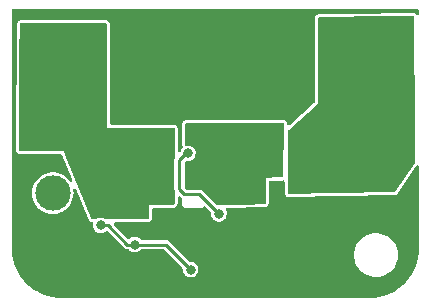
<source format=gbr>
%TF.GenerationSoftware,KiCad,Pcbnew,(6.0.6)*%
%TF.CreationDate,2022-10-10T16:19:53+08:00*%
%TF.ProjectId,NMOS_SWITCH,4e4d4f53-5f53-4574-9954-43482e6b6963,rev?*%
%TF.SameCoordinates,Original*%
%TF.FileFunction,Copper,L2,Bot*%
%TF.FilePolarity,Positive*%
%FSLAX46Y46*%
G04 Gerber Fmt 4.6, Leading zero omitted, Abs format (unit mm)*
G04 Created by KiCad (PCBNEW (6.0.6)) date 2022-10-10 16:19:53*
%MOMM*%
%LPD*%
G01*
G04 APERTURE LIST*
G04 Aperture macros list*
%AMRoundRect*
0 Rectangle with rounded corners*
0 $1 Rounding radius*
0 $2 $3 $4 $5 $6 $7 $8 $9 X,Y pos of 4 corners*
0 Add a 4 corners polygon primitive as box body*
4,1,4,$2,$3,$4,$5,$6,$7,$8,$9,$2,$3,0*
0 Add four circle primitives for the rounded corners*
1,1,$1+$1,$2,$3*
1,1,$1+$1,$4,$5*
1,1,$1+$1,$6,$7*
1,1,$1+$1,$8,$9*
0 Add four rect primitives between the rounded corners*
20,1,$1+$1,$2,$3,$4,$5,0*
20,1,$1+$1,$4,$5,$6,$7,0*
20,1,$1+$1,$6,$7,$8,$9,0*
20,1,$1+$1,$8,$9,$2,$3,0*%
G04 Aperture macros list end*
%TA.AperFunction,ComponentPad*%
%ADD10R,3.000000X3.000000*%
%TD*%
%TA.AperFunction,ComponentPad*%
%ADD11C,3.000000*%
%TD*%
%TA.AperFunction,ComponentPad*%
%ADD12RoundRect,1.500000X1.500000X1.500000X-1.500000X1.500000X-1.500000X-1.500000X1.500000X-1.500000X0*%
%TD*%
%TA.AperFunction,ComponentPad*%
%ADD13C,6.000000*%
%TD*%
%TA.AperFunction,ComponentPad*%
%ADD14RoundRect,1.500000X-1.500000X-1.500000X1.500000X-1.500000X1.500000X1.500000X-1.500000X1.500000X0*%
%TD*%
%TA.AperFunction,ViaPad*%
%ADD15C,0.800000*%
%TD*%
%TA.AperFunction,Conductor*%
%ADD16C,0.250000*%
%TD*%
G04 APERTURE END LIST*
D10*
%TO.P,J1,1,Pin_1*%
%TO.N,GND*%
X142325000Y-103300000D03*
D11*
%TO.P,J1,2,Pin_2*%
%TO.N,/EN*%
X142325000Y-98300000D03*
%TD*%
D12*
%TO.P,J2,1,Pin_1*%
%TO.N,GND*%
X151025000Y-87550000D03*
D13*
%TO.P,J2,2,Pin_2*%
%TO.N,/NMOS_IN*%
X143825000Y-87550000D03*
%TD*%
D14*
%TO.P,J3,1,Pin_1*%
%TO.N,GND*%
X161025000Y-87400000D03*
D13*
%TO.P,J3,2,Pin_2*%
%TO.N,/NMOS_OUT*%
X168225000Y-87400000D03*
%TD*%
D15*
%TO.N,GND*%
X164000000Y-99275000D03*
X150400000Y-103625000D03*
X146300000Y-102450000D03*
X165625000Y-104925000D03*
%TO.N,Net-(U3-Pad1)*%
X149275000Y-102650000D03*
X146375000Y-101025000D03*
X154000000Y-104775000D03*
%TO.N,/NMOS_IN*%
X140450000Y-91275000D03*
%TO.N,Net-(R5-Pad2)*%
X156400000Y-100050000D03*
X153775000Y-94925000D03*
%TO.N,Net-(Q2-Pad1)*%
X159475000Y-98550000D03*
%TD*%
D16*
%TO.N,Net-(U3-Pad1)*%
X151875000Y-102650000D02*
X154000000Y-104775000D01*
X147025000Y-101025000D02*
X148650000Y-102650000D01*
X146375000Y-101025000D02*
X147025000Y-101025000D01*
X148650000Y-102650000D02*
X149275000Y-102650000D01*
X149275000Y-102650000D02*
X151875000Y-102650000D01*
%TO.N,Net-(R5-Pad2)*%
X156400000Y-100050000D02*
X154725000Y-98375000D01*
X153000000Y-97925000D02*
X153000000Y-95500000D01*
X153450000Y-98375000D02*
X153000000Y-97925000D01*
X154100000Y-98375000D02*
X153450000Y-98375000D01*
X153550000Y-94950000D02*
X153575000Y-94925000D01*
X154725000Y-98375000D02*
X154100000Y-98375000D01*
X153575000Y-94925000D02*
X153775000Y-94925000D01*
X153000000Y-95500000D02*
X153550000Y-94950000D01*
%TD*%
%TA.AperFunction,Conductor*%
%TO.N,Net-(Q2-Pad1)*%
G36*
X161874268Y-92364919D02*
G01*
X161920794Y-92418546D01*
X161932195Y-92473001D01*
X161861276Y-96846343D01*
X161840172Y-96914130D01*
X161785770Y-96959747D01*
X161735720Y-96970299D01*
X161422509Y-96971362D01*
X160350000Y-96975000D01*
X160350000Y-99125377D01*
X160329998Y-99193498D01*
X160276342Y-99239991D01*
X160225385Y-99251369D01*
X158680910Y-99268342D01*
X156235490Y-99295214D01*
X156167155Y-99275963D01*
X156145012Y-99258318D01*
X155031478Y-98144784D01*
X155016336Y-98126036D01*
X155015221Y-98124811D01*
X155009571Y-98116060D01*
X155001393Y-98109613D01*
X155001391Y-98109611D01*
X154983200Y-98095271D01*
X154978759Y-98091325D01*
X154978697Y-98091398D01*
X154974733Y-98088039D01*
X154971056Y-98084362D01*
X154955308Y-98073108D01*
X154950638Y-98069602D01*
X154910353Y-98037844D01*
X154901719Y-98034812D01*
X154894266Y-98029486D01*
X154845150Y-98014797D01*
X154839508Y-98012964D01*
X154798633Y-97998610D01*
X154798632Y-97998610D01*
X154791149Y-97995982D01*
X154785584Y-97995500D01*
X154782876Y-97995500D01*
X154780242Y-97995386D01*
X154780144Y-97995357D01*
X154780151Y-97995193D01*
X154779447Y-97995149D01*
X154773222Y-97993287D01*
X154719365Y-97995403D01*
X154714418Y-97995500D01*
X153659384Y-97995500D01*
X153591263Y-97975498D01*
X153570289Y-97958595D01*
X153561905Y-97950211D01*
X153527879Y-97887899D01*
X153525000Y-97861116D01*
X153525000Y-95699415D01*
X153545002Y-95631294D01*
X153598658Y-95584801D01*
X153668932Y-95574697D01*
X153673771Y-95575676D01*
X153678171Y-95576279D01*
X153685522Y-95578207D01*
X153769477Y-95579526D01*
X153836319Y-95580576D01*
X153836322Y-95580576D01*
X153843916Y-95580695D01*
X153998332Y-95545329D01*
X154068742Y-95509917D01*
X154133072Y-95477563D01*
X154133075Y-95477561D01*
X154139855Y-95474151D01*
X154145626Y-95469222D01*
X154145629Y-95469220D01*
X154254536Y-95376204D01*
X154254536Y-95376203D01*
X154260314Y-95371269D01*
X154352755Y-95242624D01*
X154411842Y-95095641D01*
X154434162Y-94938807D01*
X154434307Y-94925000D01*
X154415276Y-94767733D01*
X154359280Y-94619546D01*
X154269553Y-94488992D01*
X154151275Y-94383611D01*
X154143889Y-94379700D01*
X154017988Y-94313039D01*
X154017989Y-94313039D01*
X154011274Y-94309484D01*
X153857633Y-94270892D01*
X153850034Y-94270852D01*
X153850033Y-94270852D01*
X153784181Y-94270507D01*
X153699221Y-94270062D01*
X153688054Y-94272743D01*
X153680413Y-94274577D01*
X153609505Y-94271029D01*
X153551772Y-94229709D01*
X153525542Y-94163735D01*
X153525000Y-94152058D01*
X153525000Y-92475923D01*
X153545002Y-92407802D01*
X153598658Y-92361309D01*
X153650921Y-92349923D01*
X161806135Y-92344958D01*
X161874268Y-92364919D01*
G37*
%TD.AperFunction*%
%TD*%
%TA.AperFunction,Conductor*%
%TO.N,/NMOS_OUT*%
G36*
X172891013Y-83320903D02*
G01*
X172938319Y-83373844D01*
X172950515Y-83427417D01*
X172989192Y-93000000D01*
X172999843Y-95636106D01*
X172978208Y-95707214D01*
X171311606Y-98170886D01*
X171256870Y-98216102D01*
X171209678Y-98226263D01*
X166047875Y-98326077D01*
X162354032Y-98397505D01*
X162285537Y-98378824D01*
X162238016Y-98326077D01*
X162225597Y-98270946D01*
X162226061Y-98170886D01*
X162249742Y-93055766D01*
X162270060Y-92987738D01*
X162291451Y-92962694D01*
X164750000Y-90750000D01*
X164750000Y-83549094D01*
X164770002Y-83480973D01*
X164823658Y-83434480D01*
X164874079Y-83423109D01*
X170835466Y-83332234D01*
X172822596Y-83301942D01*
X172891013Y-83320903D01*
G37*
%TD.AperFunction*%
%TD*%
%TA.AperFunction,Conductor*%
%TO.N,/NMOS_IN*%
G36*
X146842121Y-83895002D02*
G01*
X146888614Y-83948658D01*
X146900000Y-84001000D01*
X146900000Y-92750000D01*
X152524000Y-92750000D01*
X152592121Y-92770002D01*
X152638614Y-92823658D01*
X152650000Y-92876000D01*
X152650000Y-95327297D01*
X152644718Y-95363395D01*
X152639793Y-95379864D01*
X152637964Y-95385492D01*
X152620982Y-95433851D01*
X152620500Y-95439416D01*
X152620500Y-95442124D01*
X152620386Y-95444758D01*
X152620357Y-95444856D01*
X152620193Y-95444849D01*
X152620149Y-95445553D01*
X152618287Y-95451778D01*
X152618696Y-95462183D01*
X152620403Y-95505635D01*
X152620500Y-95510582D01*
X152620500Y-97871080D01*
X152617951Y-97895028D01*
X152617872Y-97896693D01*
X152615680Y-97906876D01*
X152616904Y-97917217D01*
X152619627Y-97940223D01*
X152619977Y-97946154D01*
X152620072Y-97946146D01*
X152620500Y-97951324D01*
X152620500Y-97956524D01*
X152621354Y-97961653D01*
X152621354Y-97961656D01*
X152623669Y-97975565D01*
X152624506Y-97981443D01*
X152630530Y-98032341D01*
X152634493Y-98040593D01*
X152635996Y-98049626D01*
X152640944Y-98058796D01*
X152643209Y-98065413D01*
X152650000Y-98106221D01*
X152650000Y-99149000D01*
X152629998Y-99217121D01*
X152576342Y-99263614D01*
X152524000Y-99275000D01*
X150500000Y-99275000D01*
X150500000Y-100374000D01*
X150479998Y-100442121D01*
X150426342Y-100488614D01*
X150374000Y-100500000D01*
X146812742Y-100500000D01*
X146752579Y-100481147D01*
X146751275Y-100483611D01*
X146617988Y-100413039D01*
X146617989Y-100413039D01*
X146611274Y-100409484D01*
X146457633Y-100370892D01*
X146450034Y-100370852D01*
X146450033Y-100370852D01*
X146384181Y-100370507D01*
X146299221Y-100370062D01*
X146291841Y-100371834D01*
X146291839Y-100371834D01*
X146152563Y-100405271D01*
X146152560Y-100405272D01*
X146145184Y-100407043D01*
X146004414Y-100479700D01*
X146004274Y-100479428D01*
X145937404Y-100500000D01*
X145709422Y-100500000D01*
X145641301Y-100479998D01*
X145592891Y-100421922D01*
X143573141Y-95510582D01*
X143252506Y-94730907D01*
X139795051Y-94753653D01*
X139580183Y-94755067D01*
X139511932Y-94735514D01*
X139465087Y-94682165D01*
X139453357Y-94628231D01*
X139506955Y-86583480D01*
X139524166Y-84000161D01*
X139544621Y-83932175D01*
X139598585Y-83886040D01*
X139650163Y-83875000D01*
X146774000Y-83875000D01*
X146842121Y-83895002D01*
G37*
%TD.AperFunction*%
%TD*%
%TA.AperFunction,Conductor*%
%TO.N,GND*%
G36*
X173287166Y-82699502D02*
G01*
X173333659Y-82753158D01*
X173345045Y-82805650D01*
X173344729Y-83070829D01*
X173344683Y-83109193D01*
X173324600Y-83177290D01*
X173270889Y-83223719D01*
X173200603Y-83233739D01*
X173136057Y-83204169D01*
X173124728Y-83192998D01*
X173086390Y-83150093D01*
X173086388Y-83150091D01*
X173084516Y-83147996D01*
X173050742Y-83116387D01*
X173036464Y-83109193D01*
X172965844Y-83073613D01*
X172965843Y-83073613D01*
X172960318Y-83070829D01*
X172954355Y-83069177D01*
X172954354Y-83069176D01*
X172926567Y-83061475D01*
X172891901Y-83051868D01*
X172884459Y-83050914D01*
X172823104Y-83043044D01*
X172823098Y-83043044D01*
X172818641Y-83042472D01*
X167427857Y-83124649D01*
X164873391Y-83163589D01*
X164873387Y-83163589D01*
X164870124Y-83163639D01*
X164848743Y-83166185D01*
X164820211Y-83169583D01*
X164820204Y-83169584D01*
X164816990Y-83169967D01*
X164766569Y-83181338D01*
X164765102Y-83181747D01*
X164765088Y-83181750D01*
X164755122Y-83184525D01*
X164741709Y-83188260D01*
X164653722Y-83238363D01*
X164600066Y-83284856D01*
X164567944Y-83318145D01*
X164521013Y-83407864D01*
X164501011Y-83475985D01*
X164490500Y-83549094D01*
X164490500Y-90578313D01*
X164470498Y-90646434D01*
X164448790Y-90671968D01*
X162415110Y-92502280D01*
X162397494Y-92518134D01*
X162333479Y-92548837D01*
X162263027Y-92540057D01*
X162208507Y-92494582D01*
X162187773Y-92436442D01*
X162186521Y-92423314D01*
X162186521Y-92423311D01*
X162186188Y-92419824D01*
X162174787Y-92365369D01*
X162166964Y-92336444D01*
X162162841Y-92329213D01*
X162119875Y-92253871D01*
X162116806Y-92248489D01*
X162086628Y-92213705D01*
X162072120Y-92196982D01*
X162072112Y-92196973D01*
X162070280Y-92194862D01*
X162043699Y-92169244D01*
X162043465Y-92169018D01*
X162043462Y-92169016D01*
X162036974Y-92162763D01*
X161947227Y-92115886D01*
X161941288Y-92114146D01*
X161883409Y-92097189D01*
X161883407Y-92097189D01*
X161879094Y-92095925D01*
X161805977Y-92085458D01*
X153650763Y-92090423D01*
X153647411Y-92090785D01*
X153647409Y-92090785D01*
X153599041Y-92096007D01*
X153599035Y-92096008D01*
X153595682Y-92096370D01*
X153543419Y-92107756D01*
X153541788Y-92108204D01*
X153541779Y-92108206D01*
X153524306Y-92113003D01*
X153524304Y-92113004D01*
X153516709Y-92115089D01*
X153428722Y-92165192D01*
X153375066Y-92211685D01*
X153342944Y-92244974D01*
X153296013Y-92334693D01*
X153276011Y-92402814D01*
X153275371Y-92407262D01*
X153275370Y-92407269D01*
X153266139Y-92471475D01*
X153265500Y-92475923D01*
X153265500Y-94152058D01*
X153265779Y-94164090D01*
X153266321Y-94175767D01*
X153284402Y-94259608D01*
X153310632Y-94325582D01*
X153311899Y-94328090D01*
X153311904Y-94328102D01*
X153314191Y-94332630D01*
X153327046Y-94402454D01*
X153300111Y-94468142D01*
X153295356Y-94473744D01*
X153290764Y-94478844D01*
X153285039Y-94483838D01*
X153193950Y-94613444D01*
X153188859Y-94626502D01*
X153152893Y-94718750D01*
X153109512Y-94774951D01*
X153042633Y-94798778D01*
X152973490Y-94782665D01*
X152924034Y-94731727D01*
X152909500Y-94672980D01*
X152909500Y-92876000D01*
X152903570Y-92820841D01*
X152892184Y-92768499D01*
X152884834Y-92741709D01*
X152864918Y-92706733D01*
X152837794Y-92659101D01*
X152834731Y-92653722D01*
X152788238Y-92600066D01*
X152754949Y-92567944D01*
X152665230Y-92521013D01*
X152655425Y-92518134D01*
X152601432Y-92502280D01*
X152601428Y-92502279D01*
X152597109Y-92501011D01*
X152592661Y-92500371D01*
X152592654Y-92500370D01*
X152528448Y-92491139D01*
X152528441Y-92491139D01*
X152524000Y-92490500D01*
X147285500Y-92490500D01*
X147217379Y-92470498D01*
X147170886Y-92416842D01*
X147159500Y-92364500D01*
X147159500Y-84001000D01*
X147153570Y-83945841D01*
X147142184Y-83893499D01*
X147134834Y-83866709D01*
X147084731Y-83778722D01*
X147038238Y-83725066D01*
X147004949Y-83692944D01*
X146915230Y-83646013D01*
X146905343Y-83643110D01*
X146851432Y-83627280D01*
X146851428Y-83627279D01*
X146847109Y-83626011D01*
X146842661Y-83625371D01*
X146842654Y-83625370D01*
X146778448Y-83616139D01*
X146778441Y-83616139D01*
X146774000Y-83615500D01*
X139650163Y-83615500D01*
X139646860Y-83615850D01*
X139646852Y-83615850D01*
X139599164Y-83620897D01*
X139599161Y-83620898D01*
X139595849Y-83621248D01*
X139592598Y-83621944D01*
X139592591Y-83621945D01*
X139545896Y-83631940D01*
X139545889Y-83631942D01*
X139544271Y-83632288D01*
X139542693Y-83632712D01*
X139542674Y-83632717D01*
X139525836Y-83637246D01*
X139525833Y-83637247D01*
X139518275Y-83639280D01*
X139511446Y-83643109D01*
X139511443Y-83643110D01*
X139435357Y-83685769D01*
X139435354Y-83685771D01*
X139429957Y-83688797D01*
X139375993Y-83734932D01*
X139343652Y-83768005D01*
X139296125Y-83857410D01*
X139294341Y-83863340D01*
X139294340Y-83863342D01*
X139285756Y-83891873D01*
X139275670Y-83925396D01*
X139274999Y-83929851D01*
X139274998Y-83929856D01*
X139265342Y-83993982D01*
X139264672Y-83998432D01*
X139264642Y-84002932D01*
X139195313Y-94408923D01*
X139193863Y-94626502D01*
X139199785Y-94683380D01*
X139211515Y-94737314D01*
X139219411Y-94765733D01*
X139270092Y-94853387D01*
X139316937Y-94906736D01*
X139318956Y-94908659D01*
X139318963Y-94908666D01*
X139338084Y-94926874D01*
X139350438Y-94938639D01*
X139440464Y-94984979D01*
X139446419Y-94986685D01*
X139504382Y-95003291D01*
X139504387Y-95003292D01*
X139508715Y-95004532D01*
X139513174Y-95005143D01*
X139513178Y-95005144D01*
X139568914Y-95012783D01*
X139581890Y-95014561D01*
X142994087Y-94992112D01*
X143062337Y-95011665D01*
X143111445Y-95070186D01*
X143949543Y-97108153D01*
X143966045Y-97148279D01*
X143973455Y-97218887D01*
X143941514Y-97282294D01*
X143880365Y-97318366D01*
X143809420Y-97315652D01*
X143750564Y-97274207D01*
X143711155Y-97224217D01*
X143622180Y-97111353D01*
X143432239Y-96932674D01*
X143217973Y-96784032D01*
X143213783Y-96781966D01*
X143213780Y-96781964D01*
X142988278Y-96670759D01*
X142988275Y-96670758D01*
X142984090Y-96668694D01*
X142735728Y-96589193D01*
X142731121Y-96588443D01*
X142731118Y-96588442D01*
X142482955Y-96548026D01*
X142482956Y-96548026D01*
X142478344Y-96547275D01*
X142351875Y-96545620D01*
X142222267Y-96543923D01*
X142222264Y-96543923D01*
X142217590Y-96543862D01*
X141959196Y-96579028D01*
X141954710Y-96580336D01*
X141954708Y-96580336D01*
X141924321Y-96589193D01*
X141708838Y-96652000D01*
X141472016Y-96761177D01*
X141468111Y-96763737D01*
X141468106Y-96763740D01*
X141257846Y-96901592D01*
X141257841Y-96901596D01*
X141253933Y-96904158D01*
X141059379Y-97077804D01*
X140892629Y-97278300D01*
X140757345Y-97501240D01*
X140656500Y-97741728D01*
X140592310Y-97994480D01*
X140566183Y-98253944D01*
X140566407Y-98258611D01*
X140566407Y-98258616D01*
X140566942Y-98269745D01*
X140578694Y-98514419D01*
X140629569Y-98770185D01*
X140717690Y-99015621D01*
X140719906Y-99019745D01*
X140830963Y-99226432D01*
X140841120Y-99245336D01*
X140843915Y-99249079D01*
X140843917Y-99249082D01*
X140994357Y-99450545D01*
X140994362Y-99450551D01*
X140997149Y-99454283D01*
X141000458Y-99457563D01*
X141000463Y-99457569D01*
X141179031Y-99634585D01*
X141182348Y-99637873D01*
X141186110Y-99640631D01*
X141186113Y-99640634D01*
X141337518Y-99751649D01*
X141392649Y-99792073D01*
X141396780Y-99794247D01*
X141396781Y-99794247D01*
X141619298Y-99911319D01*
X141619304Y-99911321D01*
X141623433Y-99913494D01*
X141869629Y-99999469D01*
X141874222Y-100000341D01*
X142121239Y-100047239D01*
X142121242Y-100047239D01*
X142125828Y-100048110D01*
X142249725Y-100052978D01*
X142381735Y-100058165D01*
X142381740Y-100058165D01*
X142386403Y-100058348D01*
X142479885Y-100048110D01*
X142640976Y-100030468D01*
X142640981Y-100030467D01*
X142645629Y-100029958D01*
X142897811Y-99963564D01*
X143062676Y-99892733D01*
X143133107Y-99862474D01*
X143133110Y-99862472D01*
X143137410Y-99860625D01*
X143141390Y-99858162D01*
X143141394Y-99858160D01*
X143355188Y-99725860D01*
X143355192Y-99725857D01*
X143359161Y-99723401D01*
X143558194Y-99554907D01*
X143730135Y-99358845D01*
X143744920Y-99335860D01*
X143868680Y-99143453D01*
X143871208Y-99139523D01*
X143978314Y-98901757D01*
X144049099Y-98650772D01*
X144061355Y-98554432D01*
X144081611Y-98395212D01*
X144081611Y-98395206D01*
X144082009Y-98392081D01*
X144084420Y-98300000D01*
X144065094Y-98039941D01*
X144065323Y-98039924D01*
X144074755Y-97971617D01*
X144120947Y-97917702D01*
X144188955Y-97897320D01*
X144257186Y-97916941D01*
X144306190Y-97975396D01*
X145320831Y-100442654D01*
X145352893Y-100520619D01*
X145355372Y-100524732D01*
X145355375Y-100524737D01*
X145384450Y-100572965D01*
X145393560Y-100588077D01*
X145396635Y-100591766D01*
X145433689Y-100636218D01*
X145441970Y-100646153D01*
X145478473Y-100682056D01*
X145486723Y-100686371D01*
X145486725Y-100686373D01*
X145489442Y-100687794D01*
X145568192Y-100728987D01*
X145635557Y-100748767D01*
X145636313Y-100748989D01*
X145636265Y-100749153D01*
X145697044Y-100782340D01*
X145731070Y-100844652D01*
X145732872Y-100887881D01*
X145715729Y-101018096D01*
X145733113Y-101175553D01*
X145787553Y-101324319D01*
X145875908Y-101455805D01*
X145881527Y-101460918D01*
X145881528Y-101460919D01*
X145945820Y-101519420D01*
X145993076Y-101562419D01*
X146132293Y-101638008D01*
X146285522Y-101678207D01*
X146369477Y-101679526D01*
X146436319Y-101680576D01*
X146436322Y-101680576D01*
X146443916Y-101680695D01*
X146598332Y-101645329D01*
X146668742Y-101609917D01*
X146733072Y-101577563D01*
X146733075Y-101577561D01*
X146739855Y-101574151D01*
X146745626Y-101569222D01*
X146745629Y-101569220D01*
X146811800Y-101512704D01*
X146876590Y-101483673D01*
X146946790Y-101494278D01*
X146982726Y-101519420D01*
X148343522Y-102880216D01*
X148358664Y-102898964D01*
X148359779Y-102900189D01*
X148365429Y-102908940D01*
X148373607Y-102915387D01*
X148373609Y-102915389D01*
X148391800Y-102929729D01*
X148396241Y-102933675D01*
X148396303Y-102933602D01*
X148400267Y-102936961D01*
X148403944Y-102940638D01*
X148419692Y-102951892D01*
X148424362Y-102955398D01*
X148464647Y-102987156D01*
X148473281Y-102990188D01*
X148480734Y-102995514D01*
X148529850Y-103010203D01*
X148535492Y-103012036D01*
X148576367Y-103026390D01*
X148583851Y-103029018D01*
X148589416Y-103029500D01*
X148592124Y-103029500D01*
X148594758Y-103029614D01*
X148594856Y-103029643D01*
X148594849Y-103029807D01*
X148595553Y-103029851D01*
X148601778Y-103031713D01*
X148655635Y-103029597D01*
X148660582Y-103029500D01*
X148675141Y-103029500D01*
X148743262Y-103049502D01*
X148770522Y-103073169D01*
X148771672Y-103074501D01*
X148775908Y-103080805D01*
X148893076Y-103187419D01*
X149032293Y-103263008D01*
X149185522Y-103303207D01*
X149269477Y-103304526D01*
X149336319Y-103305576D01*
X149336322Y-103305576D01*
X149343916Y-103305695D01*
X149498332Y-103270329D01*
X149599491Y-103219452D01*
X149633072Y-103202563D01*
X149633075Y-103202561D01*
X149639855Y-103199151D01*
X149645626Y-103194222D01*
X149645629Y-103194220D01*
X149754542Y-103101199D01*
X149754543Y-103101198D01*
X149760314Y-103096269D01*
X149770586Y-103081974D01*
X149826581Y-103038326D01*
X149872909Y-103029500D01*
X151665616Y-103029500D01*
X151733737Y-103049502D01*
X151754711Y-103066405D01*
X153310249Y-104621943D01*
X153344275Y-104684255D01*
X153346076Y-104727482D01*
X153340729Y-104768096D01*
X153347808Y-104832213D01*
X153357241Y-104917654D01*
X153358113Y-104925553D01*
X153360723Y-104932684D01*
X153360723Y-104932686D01*
X153374011Y-104968996D01*
X153412553Y-105074319D01*
X153416789Y-105080622D01*
X153416789Y-105080623D01*
X153488354Y-105187122D01*
X153500908Y-105205805D01*
X153506527Y-105210918D01*
X153506528Y-105210919D01*
X153580300Y-105278046D01*
X153618076Y-105312419D01*
X153757293Y-105388008D01*
X153910522Y-105428207D01*
X153994477Y-105429526D01*
X154061319Y-105430576D01*
X154061322Y-105430576D01*
X154068916Y-105430695D01*
X154223332Y-105395329D01*
X154293742Y-105359917D01*
X154358072Y-105327563D01*
X154358075Y-105327561D01*
X154364855Y-105324151D01*
X154370626Y-105319222D01*
X154370629Y-105319220D01*
X154479536Y-105226204D01*
X154479536Y-105226203D01*
X154485314Y-105221269D01*
X154577755Y-105092624D01*
X154636842Y-104945641D01*
X154659162Y-104788807D01*
X154659307Y-104775000D01*
X154657561Y-104760567D01*
X154641188Y-104625273D01*
X154640276Y-104617733D01*
X154584280Y-104469546D01*
X154494553Y-104338992D01*
X154376275Y-104233611D01*
X154236274Y-104159484D01*
X154082633Y-104120892D01*
X154075034Y-104120852D01*
X154075033Y-104120852D01*
X154013867Y-104120532D01*
X153933336Y-104120110D01*
X153865322Y-104099752D01*
X153844902Y-104083207D01*
X153328881Y-103567186D01*
X167841018Y-103567186D01*
X167866579Y-103835100D01*
X167867664Y-103839534D01*
X167867665Y-103839540D01*
X167880007Y-103889976D01*
X167930547Y-104096518D01*
X168031583Y-104345963D01*
X168167569Y-104578210D01*
X168252375Y-104684255D01*
X168332689Y-104784682D01*
X168335658Y-104788395D01*
X168532327Y-104972113D01*
X168753457Y-105125516D01*
X168994416Y-105245391D01*
X168998750Y-105246812D01*
X168998753Y-105246813D01*
X169245823Y-105327807D01*
X169245829Y-105327808D01*
X169250156Y-105329227D01*
X169254647Y-105330007D01*
X169254648Y-105330007D01*
X169511538Y-105374611D01*
X169511546Y-105374612D01*
X169515319Y-105375267D01*
X169519156Y-105375458D01*
X169598777Y-105379422D01*
X169598785Y-105379422D01*
X169600348Y-105379500D01*
X169768374Y-105379500D01*
X169770642Y-105379335D01*
X169770654Y-105379335D01*
X169901457Y-105369844D01*
X169968425Y-105364985D01*
X169972880Y-105364001D01*
X169972883Y-105364001D01*
X170226770Y-105307947D01*
X170226772Y-105307946D01*
X170231226Y-105306963D01*
X170482900Y-105211613D01*
X170493357Y-105205805D01*
X170714179Y-105083149D01*
X170714180Y-105083148D01*
X170718172Y-105080931D01*
X170880229Y-104957253D01*
X170928491Y-104920421D01*
X170928495Y-104920417D01*
X170932116Y-104917654D01*
X171120249Y-104725203D01*
X171198474Y-104617733D01*
X171275942Y-104511304D01*
X171275947Y-104511297D01*
X171278630Y-104507610D01*
X171403941Y-104269433D01*
X171493557Y-104015662D01*
X171519431Y-103884389D01*
X171544720Y-103756083D01*
X171544721Y-103756077D01*
X171545601Y-103751611D01*
X171554782Y-103567186D01*
X171558755Y-103487383D01*
X171558755Y-103487377D01*
X171558982Y-103482814D01*
X171533421Y-103214900D01*
X171530403Y-103202563D01*
X171470539Y-102957920D01*
X171469453Y-102953482D01*
X171368417Y-102704037D01*
X171232431Y-102471790D01*
X171064342Y-102261605D01*
X170867673Y-102077887D01*
X170646543Y-101924484D01*
X170405584Y-101804609D01*
X170401250Y-101803188D01*
X170401247Y-101803187D01*
X170154177Y-101722193D01*
X170154171Y-101722192D01*
X170149844Y-101720773D01*
X170145352Y-101719993D01*
X169888462Y-101675389D01*
X169888454Y-101675388D01*
X169884681Y-101674733D01*
X169874718Y-101674237D01*
X169801223Y-101670578D01*
X169801215Y-101670578D01*
X169799652Y-101670500D01*
X169631626Y-101670500D01*
X169629358Y-101670665D01*
X169629346Y-101670665D01*
X169498543Y-101680156D01*
X169431575Y-101685015D01*
X169427120Y-101685999D01*
X169427117Y-101685999D01*
X169173230Y-101742053D01*
X169173228Y-101742054D01*
X169168774Y-101743037D01*
X168917100Y-101838387D01*
X168681828Y-101969069D01*
X168645447Y-101996834D01*
X168471509Y-102129579D01*
X168471505Y-102129583D01*
X168467884Y-102132346D01*
X168279751Y-102324797D01*
X168277066Y-102328486D01*
X168124058Y-102538696D01*
X168124053Y-102538703D01*
X168121370Y-102542390D01*
X167996059Y-102780567D01*
X167934310Y-102955426D01*
X167908177Y-103029429D01*
X167906443Y-103034338D01*
X167889643Y-103119577D01*
X167859930Y-103270329D01*
X167854399Y-103298389D01*
X167854172Y-103302942D01*
X167854172Y-103302945D01*
X167841402Y-103559480D01*
X167841018Y-103567186D01*
X153328881Y-103567186D01*
X152181478Y-102419784D01*
X152166336Y-102401036D01*
X152165221Y-102399811D01*
X152159571Y-102391060D01*
X152151393Y-102384613D01*
X152151391Y-102384611D01*
X152133200Y-102370271D01*
X152128759Y-102366325D01*
X152128697Y-102366398D01*
X152124733Y-102363039D01*
X152121056Y-102359362D01*
X152105308Y-102348108D01*
X152100638Y-102344602D01*
X152060353Y-102312844D01*
X152051719Y-102309812D01*
X152044266Y-102304486D01*
X151995150Y-102289797D01*
X151989508Y-102287964D01*
X151948633Y-102273610D01*
X151948632Y-102273610D01*
X151941149Y-102270982D01*
X151935584Y-102270500D01*
X151932876Y-102270500D01*
X151930242Y-102270386D01*
X151930144Y-102270357D01*
X151930151Y-102270193D01*
X151929447Y-102270149D01*
X151923222Y-102268287D01*
X151869365Y-102270403D01*
X151864418Y-102270500D01*
X149874682Y-102270500D01*
X149806561Y-102250498D01*
X149780114Y-102224860D01*
X149778878Y-102225949D01*
X149773855Y-102220251D01*
X149769553Y-102213992D01*
X149651275Y-102108611D01*
X149643889Y-102104700D01*
X149517988Y-102038039D01*
X149517989Y-102038039D01*
X149511274Y-102034484D01*
X149357633Y-101995892D01*
X149350034Y-101995852D01*
X149350033Y-101995852D01*
X149284181Y-101995507D01*
X149199221Y-101995062D01*
X149191841Y-101996834D01*
X149191839Y-101996834D01*
X149052563Y-102030271D01*
X149052560Y-102030272D01*
X149045184Y-102032043D01*
X148904414Y-102104700D01*
X148859346Y-102144016D01*
X148852635Y-102149870D01*
X148788153Y-102179578D01*
X148717845Y-102169709D01*
X148680710Y-102144016D01*
X147511289Y-100974595D01*
X147477263Y-100912283D01*
X147482328Y-100841468D01*
X147524875Y-100784632D01*
X147591395Y-100759821D01*
X147600384Y-100759500D01*
X150374000Y-100759500D01*
X150377346Y-100759140D01*
X150377351Y-100759140D01*
X150425795Y-100753932D01*
X150425801Y-100753931D01*
X150429159Y-100753570D01*
X150481501Y-100742184D01*
X150508291Y-100734834D01*
X150515142Y-100730933D01*
X150515144Y-100730932D01*
X150590899Y-100687794D01*
X150596278Y-100684731D01*
X150640800Y-100646153D01*
X150647811Y-100640078D01*
X150647816Y-100640073D01*
X150649934Y-100638238D01*
X150682056Y-100604949D01*
X150728987Y-100515230D01*
X150733105Y-100501204D01*
X150747720Y-100451432D01*
X150747721Y-100451428D01*
X150748989Y-100447109D01*
X150759500Y-100374000D01*
X150759500Y-99660500D01*
X150779502Y-99592379D01*
X150833158Y-99545886D01*
X150885500Y-99534500D01*
X152524000Y-99534500D01*
X152527346Y-99534140D01*
X152527351Y-99534140D01*
X152575795Y-99528932D01*
X152575801Y-99528931D01*
X152579159Y-99528570D01*
X152583844Y-99527551D01*
X152595350Y-99525048D01*
X152631501Y-99517184D01*
X152649398Y-99512274D01*
X152650688Y-99511920D01*
X152650689Y-99511920D01*
X152658291Y-99509834D01*
X152665142Y-99505933D01*
X152665144Y-99505932D01*
X152740899Y-99462794D01*
X152746278Y-99459731D01*
X152783416Y-99427551D01*
X152797811Y-99415078D01*
X152797816Y-99415073D01*
X152799934Y-99413238D01*
X152832056Y-99379949D01*
X152878987Y-99290230D01*
X152888590Y-99257526D01*
X152897720Y-99226432D01*
X152897721Y-99226428D01*
X152898989Y-99222109D01*
X152902019Y-99201039D01*
X152908861Y-99153448D01*
X152908861Y-99153441D01*
X152909500Y-99149000D01*
X152909500Y-98675384D01*
X152929502Y-98607263D01*
X152983158Y-98560770D01*
X153053432Y-98550666D01*
X153118012Y-98580160D01*
X153124595Y-98586289D01*
X153143522Y-98605216D01*
X153158664Y-98623964D01*
X153159779Y-98625189D01*
X153165429Y-98633940D01*
X153173607Y-98640387D01*
X153173609Y-98640389D01*
X153191800Y-98654729D01*
X153196241Y-98658675D01*
X153196303Y-98658602D01*
X153200267Y-98661961D01*
X153203944Y-98665638D01*
X153219692Y-98676892D01*
X153224382Y-98680414D01*
X153230462Y-98685207D01*
X153271571Y-98743091D01*
X153275355Y-98807297D01*
X153276011Y-98807391D01*
X153265500Y-98880500D01*
X153265500Y-99197608D01*
X153265878Y-99201032D01*
X153265878Y-99201039D01*
X153270764Y-99245336D01*
X153271737Y-99254159D01*
X153283705Y-99307758D01*
X153291664Y-99335860D01*
X153295681Y-99342737D01*
X153336861Y-99413238D01*
X153342732Y-99423290D01*
X153389812Y-99476431D01*
X153391846Y-99478351D01*
X153391847Y-99478352D01*
X153416897Y-99501998D01*
X153416899Y-99502000D01*
X153423451Y-99508184D01*
X153431484Y-99512274D01*
X153508158Y-99551314D01*
X153508163Y-99551316D01*
X153513680Y-99554125D01*
X153519639Y-99555804D01*
X153519642Y-99555805D01*
X153559340Y-99566988D01*
X153582017Y-99573377D01*
X153613807Y-99577592D01*
X153650777Y-99582493D01*
X153650781Y-99582493D01*
X153655237Y-99583084D01*
X153659732Y-99583035D01*
X153659738Y-99583035D01*
X154389603Y-99575014D01*
X154824116Y-99570239D01*
X154824616Y-99570226D01*
X154824670Y-99570225D01*
X154831477Y-99570047D01*
X154831937Y-99570035D01*
X154834101Y-99569946D01*
X154834564Y-99569927D01*
X154834566Y-99569927D01*
X154839541Y-99569722D01*
X154844416Y-99568738D01*
X154844420Y-99568738D01*
X154898007Y-99557927D01*
X154919555Y-99553580D01*
X154946651Y-99543474D01*
X154983430Y-99529756D01*
X154983439Y-99529752D01*
X154986075Y-99528769D01*
X155027803Y-99508805D01*
X155093998Y-99449345D01*
X155158042Y-99418703D01*
X155228485Y-99427551D01*
X155267292Y-99453986D01*
X155710249Y-99896943D01*
X155744275Y-99959255D01*
X155746076Y-100002485D01*
X155742392Y-100030468D01*
X155740729Y-100043096D01*
X155758113Y-100200553D01*
X155812553Y-100349319D01*
X155816789Y-100355622D01*
X155816789Y-100355623D01*
X155875272Y-100442654D01*
X155900908Y-100480805D01*
X155906527Y-100485918D01*
X155906528Y-100485919D01*
X155917903Y-100496269D01*
X156018076Y-100587419D01*
X156157293Y-100663008D01*
X156310522Y-100703207D01*
X156394477Y-100704526D01*
X156461319Y-100705576D01*
X156461322Y-100705576D01*
X156468916Y-100705695D01*
X156623332Y-100670329D01*
X156693742Y-100634917D01*
X156758072Y-100602563D01*
X156758075Y-100602561D01*
X156764855Y-100599151D01*
X156770626Y-100594222D01*
X156770629Y-100594220D01*
X156879536Y-100501204D01*
X156879536Y-100501203D01*
X156885314Y-100496269D01*
X156977755Y-100367624D01*
X157036842Y-100220641D01*
X157059162Y-100063807D01*
X157059307Y-100050000D01*
X157057561Y-100035567D01*
X157046102Y-99940880D01*
X157040276Y-99892733D01*
X156984280Y-99744546D01*
X156979979Y-99738288D01*
X156976459Y-99731555D01*
X156978948Y-99730254D01*
X156960944Y-99675258D01*
X156978840Y-99606554D01*
X157031039Y-99558432D01*
X157085497Y-99545388D01*
X160228236Y-99510853D01*
X160231495Y-99510475D01*
X160231502Y-99510475D01*
X160263343Y-99506786D01*
X160281935Y-99504632D01*
X160332892Y-99493254D01*
X160358291Y-99486211D01*
X160446278Y-99436108D01*
X160470548Y-99415078D01*
X160497811Y-99391455D01*
X160497816Y-99391450D01*
X160499934Y-99389615D01*
X160532056Y-99356326D01*
X160578987Y-99266607D01*
X160585233Y-99245336D01*
X160597720Y-99202809D01*
X160597721Y-99202805D01*
X160598989Y-99198486D01*
X160605465Y-99153448D01*
X160608861Y-99129825D01*
X160608861Y-99129818D01*
X160609500Y-99125377D01*
X160609500Y-97359195D01*
X160629502Y-97291074D01*
X160683158Y-97244581D01*
X160735073Y-97233196D01*
X161733376Y-97229809D01*
X161733377Y-97229809D01*
X161736600Y-97229798D01*
X161762927Y-97227007D01*
X161786049Y-97224557D01*
X161786056Y-97224556D01*
X161789253Y-97224217D01*
X161792400Y-97223554D01*
X161792416Y-97223551D01*
X161818402Y-97218072D01*
X161889183Y-97223590D01*
X161945746Y-97266499D01*
X161970130Y-97333177D01*
X161970395Y-97341944D01*
X161966152Y-98258616D01*
X161966100Y-98269745D01*
X161972441Y-98327973D01*
X161984860Y-98383104D01*
X161993425Y-98412770D01*
X161997554Y-98419706D01*
X161997556Y-98419710D01*
X162033038Y-98479309D01*
X162045220Y-98499772D01*
X162092741Y-98552519D01*
X162126647Y-98583993D01*
X162134709Y-98588013D01*
X162134711Y-98588015D01*
X162169203Y-98605216D01*
X162217256Y-98629180D01*
X162285751Y-98647861D01*
X162290214Y-98648415D01*
X162290220Y-98648416D01*
X162327567Y-98653050D01*
X162359049Y-98656956D01*
X171214695Y-98485714D01*
X171217713Y-98485363D01*
X171217717Y-98485363D01*
X171236395Y-98483192D01*
X171264300Y-98479949D01*
X171311492Y-98469788D01*
X171315520Y-98468739D01*
X171325691Y-98466089D01*
X171325695Y-98466088D01*
X171332997Y-98464185D01*
X171422139Y-98416168D01*
X171447507Y-98395212D01*
X171473401Y-98373822D01*
X171473403Y-98373820D01*
X171476875Y-98370952D01*
X171526546Y-98316286D01*
X171535426Y-98303160D01*
X173098842Y-95992023D01*
X173153578Y-95946807D01*
X173224071Y-95938362D01*
X173287939Y-95969368D01*
X173324905Y-96029982D01*
X173329206Y-96062772D01*
X173326990Y-97917702D01*
X173320554Y-103303743D01*
X173320055Y-103314792D01*
X173320034Y-103315026D01*
X173316542Y-103326930D01*
X173317871Y-103339266D01*
X173316853Y-103350672D01*
X173316683Y-103362750D01*
X173269008Y-103712375D01*
X173266888Y-103723890D01*
X173242080Y-103830548D01*
X173180189Y-104096636D01*
X173177008Y-104107910D01*
X173056064Y-104471002D01*
X173051849Y-104481932D01*
X172897711Y-104832213D01*
X172892499Y-104842704D01*
X172706494Y-105177159D01*
X172700342Y-105187105D01*
X172484065Y-105502861D01*
X172477009Y-105512199D01*
X172232358Y-105806485D01*
X172224459Y-105815135D01*
X171953532Y-106085432D01*
X171944879Y-106093297D01*
X171650017Y-106337267D01*
X171640654Y-106344306D01*
X171324411Y-106559836D01*
X171314436Y-106565976D01*
X171195199Y-106631926D01*
X170979545Y-106751203D01*
X170969046Y-106756388D01*
X170960142Y-106760281D01*
X170618400Y-106909712D01*
X170607461Y-106913900D01*
X170244093Y-107033996D01*
X170232821Y-107037149D01*
X170075090Y-107073449D01*
X169859870Y-107122979D01*
X169848344Y-107125073D01*
X169658687Y-107150485D01*
X169469023Y-107175898D01*
X169457365Y-107176910D01*
X169307786Y-107182925D01*
X169074973Y-107192286D01*
X169063260Y-107192212D01*
X168838199Y-107180315D01*
X168710679Y-107173574D01*
X168699360Y-107171581D01*
X168687602Y-107170409D01*
X168675730Y-107166793D01*
X168663379Y-107167995D01*
X168663377Y-107167995D01*
X168643830Y-107169898D01*
X168631562Y-107170491D01*
X167653560Y-107170016D01*
X142710915Y-107157912D01*
X142699890Y-107157418D01*
X142688001Y-107153930D01*
X142675658Y-107155260D01*
X142664795Y-107154290D01*
X142652145Y-107154121D01*
X142376513Y-107116960D01*
X142317642Y-107109023D01*
X142306485Y-107107004D01*
X141948090Y-107025344D01*
X141937160Y-107022331D01*
X141587538Y-106908778D01*
X141576924Y-106904794D01*
X141238941Y-106760281D01*
X141228727Y-106755359D01*
X140967166Y-106614478D01*
X140905090Y-106581043D01*
X140895378Y-106575233D01*
X140588710Y-106372523D01*
X140579556Y-106365861D01*
X140292364Y-106136416D01*
X140283835Y-106128950D01*
X140238423Y-106085432D01*
X140018432Y-105874619D01*
X140010608Y-105866414D01*
X139769140Y-105589253D01*
X139762084Y-105580378D01*
X139712721Y-105512199D01*
X139593224Y-105347156D01*
X139546514Y-105282642D01*
X139540285Y-105273169D01*
X139352346Y-104957253D01*
X139346994Y-104947258D01*
X139188221Y-104615743D01*
X139183788Y-104605308D01*
X139055450Y-104260838D01*
X139051974Y-104250046D01*
X138955124Y-103895449D01*
X138952632Y-103884389D01*
X138896833Y-103571742D01*
X138888047Y-103522515D01*
X138886560Y-103511282D01*
X138884485Y-103487383D01*
X138857368Y-103175035D01*
X138857802Y-103162345D01*
X138857349Y-103151470D01*
X138859262Y-103139210D01*
X138856337Y-103127151D01*
X138855873Y-103116001D01*
X138854500Y-103104513D01*
X138854500Y-82805500D01*
X138874502Y-82737379D01*
X138928158Y-82690886D01*
X138980500Y-82679500D01*
X173219045Y-82679500D01*
X173287166Y-82699502D01*
G37*
%TD.AperFunction*%
%TD*%
M02*

</source>
